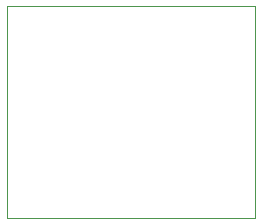
<source format=gbr>
%TF.GenerationSoftware,KiCad,Pcbnew,7.0.10*%
%TF.CreationDate,2024-09-03T14:05:09-04:00*%
%TF.ProjectId,workflow,776f726b-666c-46f7-972e-6b696361645f,rev?*%
%TF.SameCoordinates,Original*%
%TF.FileFunction,Profile,NP*%
%FSLAX46Y46*%
G04 Gerber Fmt 4.6, Leading zero omitted, Abs format (unit mm)*
G04 Created by KiCad (PCBNEW 7.0.10) date 2024-09-03 14:05:09*
%MOMM*%
%LPD*%
G01*
G04 APERTURE LIST*
%TA.AperFunction,Profile*%
%ADD10C,0.050000*%
%TD*%
G04 APERTURE END LIST*
D10*
X82000000Y-51000000D02*
X103000000Y-51000000D01*
X103000000Y-69000000D01*
X82000000Y-69000000D01*
X82000000Y-51000000D01*
M02*

</source>
